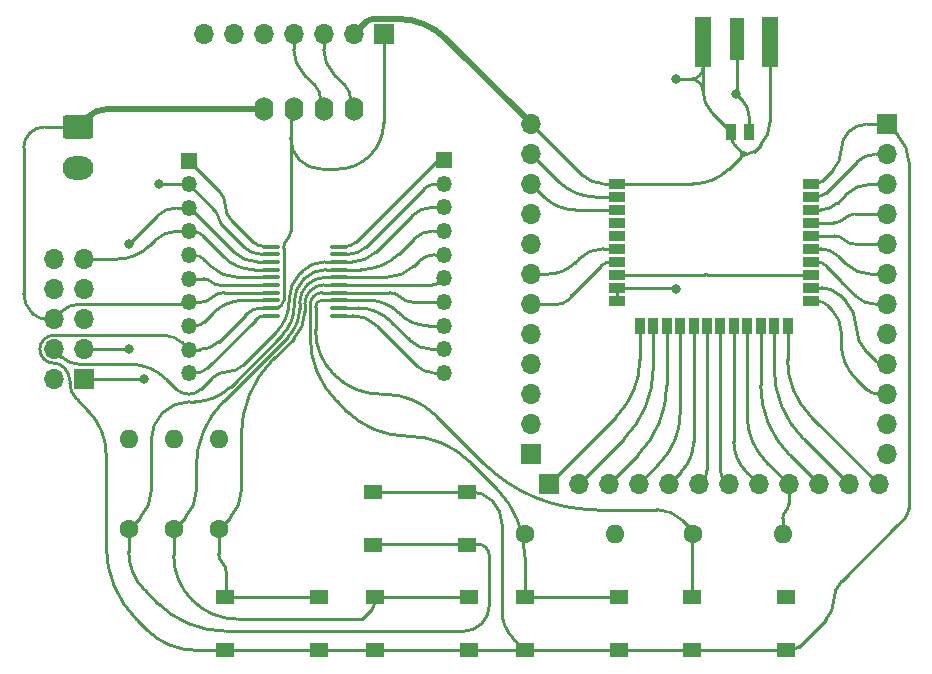
<source format=gbr>
%TF.GenerationSoftware,KiCad,Pcbnew,7.0.9*%
%TF.CreationDate,2025-10-08T14:44:38+03:00*%
%TF.ProjectId,signalgenerator-rounded,7369676e-616c-4676-956e-657261746f72,rev?*%
%TF.SameCoordinates,Original*%
%TF.FileFunction,Copper,L1,Top*%
%TF.FilePolarity,Positive*%
%FSLAX46Y46*%
G04 Gerber Fmt 4.6, Leading zero omitted, Abs format (unit mm)*
G04 Created by KiCad (PCBNEW 7.0.9) date 2025-10-08 14:44:38*
%MOMM*%
%LPD*%
G01*
G04 APERTURE LIST*
G04 Aperture macros list*
%AMRoundRect*
0 Rectangle with rounded corners*
0 $1 Rounding radius*
0 $2 $3 $4 $5 $6 $7 $8 $9 X,Y pos of 4 corners*
0 Add a 4 corners polygon primitive as box body*
4,1,4,$2,$3,$4,$5,$6,$7,$8,$9,$2,$3,0*
0 Add four circle primitives for the rounded corners*
1,1,$1+$1,$2,$3*
1,1,$1+$1,$4,$5*
1,1,$1+$1,$6,$7*
1,1,$1+$1,$8,$9*
0 Add four rect primitives between the rounded corners*
20,1,$1+$1,$2,$3,$4,$5,0*
20,1,$1+$1,$4,$5,$6,$7,0*
20,1,$1+$1,$6,$7,$8,$9,0*
20,1,$1+$1,$8,$9,$2,$3,0*%
G04 Aperture macros list end*
%TA.AperFunction,SMDPad,CuDef*%
%ADD10RoundRect,0.100000X-0.637500X-0.100000X0.637500X-0.100000X0.637500X0.100000X-0.637500X0.100000X0*%
%TD*%
%TA.AperFunction,ComponentPad*%
%ADD11R,1.700000X1.700000*%
%TD*%
%TA.AperFunction,ComponentPad*%
%ADD12O,1.700000X1.700000*%
%TD*%
%TA.AperFunction,SMDPad,CuDef*%
%ADD13R,1.550000X1.300000*%
%TD*%
%TA.AperFunction,ComponentPad*%
%ADD14R,1.350000X1.350000*%
%TD*%
%TA.AperFunction,ComponentPad*%
%ADD15O,1.350000X1.350000*%
%TD*%
%TA.AperFunction,ComponentPad*%
%ADD16O,1.600000X2.000000*%
%TD*%
%TA.AperFunction,SMDPad,CuDef*%
%ADD17R,1.270000X3.600000*%
%TD*%
%TA.AperFunction,SMDPad,CuDef*%
%ADD18R,1.350000X4.200000*%
%TD*%
%TA.AperFunction,ComponentPad*%
%ADD19RoundRect,0.250000X-1.050000X0.750000X-1.050000X-0.750000X1.050000X-0.750000X1.050000X0.750000X0*%
%TD*%
%TA.AperFunction,ComponentPad*%
%ADD20O,2.600000X2.000000*%
%TD*%
%TA.AperFunction,SMDPad,CuDef*%
%ADD21R,1.403200X0.900000*%
%TD*%
%TA.AperFunction,SMDPad,CuDef*%
%ADD22R,0.950000X1.403200*%
%TD*%
%TA.AperFunction,SMDPad,CuDef*%
%ADD23R,0.900000X1.403200*%
%TD*%
%TA.AperFunction,ComponentPad*%
%ADD24C,1.600000*%
%TD*%
%TA.AperFunction,ComponentPad*%
%ADD25O,1.600000X1.600000*%
%TD*%
%TA.AperFunction,ViaPad*%
%ADD26C,0.800000*%
%TD*%
%TA.AperFunction,Conductor*%
%ADD27C,0.250000*%
%TD*%
%TA.AperFunction,Conductor*%
%ADD28C,0.500000*%
%TD*%
G04 APERTURE END LIST*
D10*
%TO.P,U1,1,PD4*%
%TO.N,Net-(J1-Pin_1)*%
X45075000Y-43378600D03*
%TO.P,U1,2,PD5*%
%TO.N,/RX*%
X45075000Y-44028600D03*
%TO.P,U1,3,PD6*%
%TO.N,/TX*%
X45075000Y-44678600D03*
%TO.P,U1,4,PD7*%
%TO.N,/RST*%
X45075000Y-45328600D03*
%TO.P,U1,5,PA1*%
%TO.N,Net-(J1-Pin_5)*%
X45075000Y-45978600D03*
%TO.P,U1,6,PA2*%
%TO.N,Net-(J1-Pin_6)*%
X45075000Y-46628600D03*
%TO.P,U1,7,VSS*%
%TO.N,GND*%
X45075000Y-47278600D03*
%TO.P,U1,8,PD0*%
%TO.N,Net-(J1-Pin_8)*%
X45075000Y-47928600D03*
%TO.P,U1,9,VDD*%
%TO.N,+3.3V*%
X45075000Y-48578600D03*
%TO.P,U1,10,PC0*%
%TO.N,Net-(J1-Pin_10)*%
X45075000Y-49228600D03*
%TO.P,U1,11,PC1*%
%TO.N,/SDA*%
X50800000Y-49228600D03*
%TO.P,U1,12,PC2*%
%TO.N,/SCL*%
X50800000Y-48578600D03*
%TO.P,U1,13,PC3*%
%TO.N,/ENTER*%
X50800000Y-47928600D03*
%TO.P,U1,14,PC4*%
%TO.N,/DOWN*%
X50800000Y-47278600D03*
%TO.P,U1,15,PC5*%
%TO.N,/LEFT*%
X50800000Y-46628600D03*
%TO.P,U1,16,PC6*%
%TO.N,/RIGHT*%
X50800000Y-45978600D03*
%TO.P,U1,17,PC7*%
%TO.N,/UP*%
X50800000Y-45328600D03*
%TO.P,U1,18,PD1*%
%TO.N,/SWDIO*%
X50800000Y-44678600D03*
%TO.P,U1,19,PD2*%
%TO.N,Net-(J2-Pin_2)*%
X50800000Y-44028600D03*
%TO.P,U1,20,PD3*%
%TO.N,Net-(J2-Pin_1)*%
X50800000Y-43378600D03*
%TD*%
D11*
%TO.P,J5,1,Pin_1*%
%TO.N,+3.3V*%
X54610000Y-25400000D03*
D12*
%TO.P,J5,2,Pin_2*%
%TO.N,GND*%
X52070000Y-25400000D03*
%TO.P,J5,3,Pin_3*%
%TO.N,/SDA*%
X49530000Y-25400000D03*
%TO.P,J5,4,Pin_4*%
%TO.N,/SCL*%
X46990000Y-25400000D03*
%TO.P,J5,5,Pin_5*%
%TO.N,unconnected-(J5-Pin_5-Pad5)*%
X44450000Y-25400000D03*
%TO.P,J5,6,Pin_6*%
%TO.N,unconnected-(J5-Pin_6-Pad6)*%
X41910000Y-25400000D03*
%TO.P,J5,7,Pin_7*%
%TO.N,unconnected-(J5-Pin_7-Pad7)*%
X39370000Y-25400000D03*
%TD*%
D13*
%TO.P,ENTER,1,1*%
%TO.N,/ENTER*%
X80725500Y-73031000D03*
X88675500Y-73031000D03*
%TO.P,ENTER,2,2*%
%TO.N,+3.3V*%
X80725500Y-77531000D03*
X88675500Y-77531000D03*
%TD*%
D14*
%TO.P,J2,1,Pin_1*%
%TO.N,Net-(J2-Pin_1)*%
X59690000Y-36070000D03*
D15*
%TO.P,J2,2,Pin_2*%
%TO.N,Net-(J2-Pin_2)*%
X59690000Y-38070000D03*
%TO.P,J2,3,Pin_3*%
%TO.N,/SWDIO*%
X59690000Y-40070000D03*
%TO.P,J2,4,Pin_4*%
%TO.N,/UP*%
X59690000Y-42070000D03*
%TO.P,J2,5,Pin_5*%
%TO.N,/RIGHT*%
X59690000Y-44070000D03*
%TO.P,J2,6,Pin_6*%
%TO.N,/LEFT*%
X59690000Y-46070000D03*
%TO.P,J2,7,Pin_7*%
%TO.N,/DOWN*%
X59690000Y-48070000D03*
%TO.P,J2,8,Pin_8*%
%TO.N,/ENTER*%
X59690000Y-50070000D03*
%TO.P,J2,9,Pin_9*%
%TO.N,/SCL*%
X59690000Y-52070000D03*
%TO.P,J2,10,Pin_10*%
%TO.N,/SDA*%
X59690000Y-54070000D03*
%TD*%
D16*
%TO.P,Brd1,1,GND*%
%TO.N,GND*%
X44450000Y-31750000D03*
%TO.P,Brd1,2,VCC*%
%TO.N,+3.3V*%
X46990000Y-31750000D03*
%TO.P,Brd1,3,SCL*%
%TO.N,/SCL*%
X49530000Y-31750000D03*
%TO.P,Brd1,4,SDA*%
%TO.N,/SDA*%
X52070000Y-31750000D03*
%TD*%
D13*
%TO.P,LEFT,1,1*%
%TO.N,/LEFT*%
X41155500Y-73061000D03*
X49105500Y-73061000D03*
%TO.P,LEFT,2,2*%
%TO.N,+3.3V*%
X41155500Y-77561000D03*
X49105500Y-77561000D03*
%TD*%
%TO.P,RIGHT,1,1*%
%TO.N,/DOWN*%
X66555500Y-73031000D03*
X74505500Y-73031000D03*
%TO.P,RIGHT,2,2*%
%TO.N,+3.3V*%
X66555500Y-77531000D03*
X74505500Y-77531000D03*
%TD*%
D17*
%TO.P,J6,1,In*%
%TO.N,Net-(J6-In)*%
X84486000Y-25835000D03*
D18*
%TO.P,J6,2,Ext*%
%TO.N,GND*%
X87311000Y-26035000D03*
X81661000Y-26035000D03*
%TD*%
D13*
%TO.P,UP,1,1*%
%TO.N,/UP*%
X61678500Y-68671000D03*
X53728500Y-68671000D03*
%TO.P,UP,2,2*%
%TO.N,+3.3V*%
X61678500Y-64171000D03*
X53728500Y-64171000D03*
%TD*%
D11*
%TO.P,J3,1,Pin_1*%
%TO.N,/RX*%
X29210000Y-54610000D03*
D12*
%TO.P,J3,2,Pin_2*%
%TO.N,/SWCLK*%
X26670000Y-54610000D03*
%TO.P,J3,3,Pin_3*%
%TO.N,/TX*%
X29210000Y-52070000D03*
%TO.P,J3,4,Pin_4*%
%TO.N,/SWDIO*%
X26670000Y-52070000D03*
%TO.P,J3,5,Pin_5*%
%TO.N,/TDO*%
X29210000Y-49530000D03*
%TO.P,J3,6,Pin_6*%
%TO.N,GND*%
X26670000Y-49530000D03*
%TO.P,J3,7,Pin_7*%
%TO.N,/TDI*%
X29210000Y-46990000D03*
%TO.P,J3,8,Pin_8*%
%TO.N,+3.3V*%
X26670000Y-46990000D03*
%TO.P,J3,9,Pin_9*%
%TO.N,/RST*%
X29210000Y-44450000D03*
%TO.P,J3,10,Pin_10*%
%TO.N,+5V*%
X26670000Y-44450000D03*
%TD*%
D11*
%TO.P,J7,1,Pin_1*%
%TO.N,+3.3V*%
X97200500Y-33020000D03*
D12*
%TO.P,J7,2,Pin_2*%
%TO.N,J7_11*%
X97200500Y-35560000D03*
%TO.P,J7,3,Pin_3*%
%TO.N,J7_10*%
X97200500Y-38100000D03*
%TO.P,J7,4,Pin_4*%
%TO.N,J7_9*%
X97200500Y-40640000D03*
%TO.P,J7,5,Pin_5*%
%TO.N,J7_8*%
X97200500Y-43180000D03*
%TO.P,J7,6,Pin_6*%
%TO.N,J7_7*%
X97200500Y-45720000D03*
%TO.P,J7,7,Pin_7*%
%TO.N,J7_6*%
X97200500Y-48260000D03*
%TO.P,J7,8,Pin_8*%
%TO.N,J7_5*%
X97200500Y-50800000D03*
%TO.P,J7,9,Pin_9*%
%TO.N,J7_4*%
X97200500Y-53340000D03*
%TO.P,J7,10,Pin_10*%
%TO.N,J7_3*%
X97200500Y-55880000D03*
%TO.P,J7,11,Pin_11*%
%TO.N,J7_2*%
X97200500Y-58420000D03*
%TO.P,J7,12,Pin_12*%
%TO.N,GND*%
X97200500Y-60960000D03*
%TD*%
D13*
%TO.P,DOWN,1,1*%
%TO.N,/RIGHT*%
X53855500Y-73061000D03*
X61805500Y-73061000D03*
%TO.P,DOWN,2,2*%
%TO.N,+3.3V*%
X53855500Y-77561000D03*
X61805500Y-77561000D03*
%TD*%
D19*
%TO.P,J4,1,Pin_1*%
%TO.N,GND*%
X28727400Y-33248600D03*
D20*
%TO.P,J4,2,Pin_2*%
%TO.N,+5V*%
X28727400Y-36748600D03*
%TD*%
D21*
%TO.P,M1,1,GND*%
%TO.N,GND*%
X74325000Y-38068000D03*
%TO.P,M1,2,LR_BOOT*%
%TO.N,J9_11*%
X74325000Y-39168000D03*
%TO.P,M1,3,NRST*%
%TO.N,J9_10*%
X74325000Y-40268000D03*
%TO.P,M1,4,GND*%
%TO.N,GND*%
X74325000Y-41368000D03*
%TO.P,M1,5,GND*%
X74325000Y-42468000D03*
%TO.P,M1,6,VADDRF1V55*%
%TO.N,J9_7*%
X74325000Y-43568000D03*
%TO.P,M1,7,ADC*%
%TO.N,J9_6*%
X74325000Y-44668000D03*
%TO.P,M1,8,PA10*%
%TO.N,J9_5*%
X74325000Y-45768000D03*
%TO.P,M1,9,GND*%
%TO.N,GND*%
X74325000Y-46868000D03*
%TO.P,M1,10,GND*%
X74325000Y-47968000D03*
D22*
%TO.P,M1,11,PC13*%
%TO.N,J8_1*%
X76300000Y-50135000D03*
%TO.P,M1,12,SWDIO*%
%TO.N,J8_2*%
X77436400Y-50135000D03*
%TO.P,M1,13,I2C-SCL*%
%TO.N,J8_3*%
X78572700Y-50135000D03*
%TO.P,M1,14,I2C-SDA*%
%TO.N,J8_4*%
X79709100Y-50135000D03*
%TO.P,M1,15,PA1*%
%TO.N,J8_5*%
X80845500Y-50135000D03*
%TO.P,M1,16,PB3*%
%TO.N,J8_6*%
X81981800Y-50135000D03*
%TO.P,M1,17,PB4*%
%TO.N,J8_7*%
X83118200Y-50135000D03*
%TO.P,M1,18,SWCLK*%
%TO.N,J8_8*%
X84254500Y-50135000D03*
%TO.P,M1,19,PA15*%
%TO.N,J8_9*%
X85390900Y-50135000D03*
%TO.P,M1,20,PB5*%
%TO.N,J8_10*%
X86527300Y-50135000D03*
%TO.P,M1,21,PB8*%
%TO.N,J8_11*%
X87663600Y-50135000D03*
%TO.P,M1,22,PA0*%
%TO.N,J8_12*%
X88800000Y-50135000D03*
D21*
%TO.P,M1,23,UART-TX*%
%TO.N,J7_3*%
X90775000Y-47968000D03*
%TO.P,M1,24,UART-RX*%
%TO.N,J7_4*%
X90775000Y-46868000D03*
%TO.P,M1,25,LPUART-TX*%
%TO.N,J9_5*%
X90775000Y-45768000D03*
%TO.P,M1,26,LPUART-RX*%
%TO.N,J7_6*%
X90775000Y-44668000D03*
%TO.P,M1,27,PA8*%
%TO.N,J7_7*%
X90775000Y-43568000D03*
%TO.P,M1,28,MOSI*%
%TO.N,J7_8*%
X90775000Y-42468000D03*
%TO.P,M1,29,MISO*%
%TO.N,J7_9*%
X90775000Y-41368000D03*
%TO.P,M1,30,SCK*%
%TO.N,J7_10*%
X90775000Y-40268000D03*
%TO.P,M1,31,CS*%
%TO.N,J7_11*%
X90775000Y-39168000D03*
%TO.P,M1,32,3v3*%
%TO.N,+3.3V*%
X90775000Y-38068000D03*
D23*
%TO.P,M1,33,RF_ANT*%
%TO.N,Net-(J6-In)*%
X85532300Y-33685000D03*
%TO.P,M1,34,GND*%
%TO.N,GND*%
X84052300Y-33685000D03*
%TD*%
D14*
%TO.P,J1,1,Pin_1*%
%TO.N,Net-(J1-Pin_1)*%
X38100000Y-36100000D03*
D15*
%TO.P,J1,2,Pin_2*%
%TO.N,/RX*%
X38100000Y-38100000D03*
%TO.P,J1,3,Pin_3*%
%TO.N,/TX*%
X38100000Y-40100000D03*
%TO.P,J1,4,Pin_4*%
%TO.N,/RST*%
X38100000Y-42100000D03*
%TO.P,J1,5,Pin_5*%
%TO.N,Net-(J1-Pin_5)*%
X38100000Y-44100000D03*
%TO.P,J1,6,Pin_6*%
%TO.N,Net-(J1-Pin_6)*%
X38100000Y-46100000D03*
%TO.P,J1,7,Pin_7*%
%TO.N,GND*%
X38100000Y-48100000D03*
%TO.P,J1,8,Pin_8*%
%TO.N,Net-(J1-Pin_8)*%
X38100000Y-50100000D03*
%TO.P,J1,9,Pin_9*%
%TO.N,+3.3V*%
X38100000Y-52100000D03*
%TO.P,J1,10,Pin_10*%
%TO.N,Net-(J1-Pin_10)*%
X38100000Y-54100000D03*
%TD*%
D11*
%TO.P,J9,1,Pin_1*%
%TO.N,J9_1*%
X67121500Y-60960000D03*
D12*
%TO.P,J9,2,Pin_2*%
%TO.N,J9_2*%
X67121500Y-58420000D03*
%TO.P,J9,3,Pin_3*%
%TO.N,J9_3*%
X67121500Y-55880000D03*
%TO.P,J9,4,Pin_4*%
%TO.N,J9_4*%
X67121500Y-53340000D03*
%TO.P,J9,5,Pin_5*%
%TO.N,J9_5*%
X67121500Y-50800000D03*
%TO.P,J9,6,Pin_6*%
%TO.N,J9_6*%
X67121500Y-48260000D03*
%TO.P,J9,7,Pin_7*%
%TO.N,J9_7*%
X67121500Y-45720000D03*
%TO.P,J9,8,Pin_8*%
%TO.N,J9_8*%
X67121500Y-43180000D03*
%TO.P,J9,9,Pin_9*%
%TO.N,J9_9*%
X67121500Y-40640000D03*
%TO.P,J9,10,Pin_10*%
%TO.N,J9_10*%
X67121500Y-38100000D03*
%TO.P,J9,11,Pin_11*%
%TO.N,J9_11*%
X67121500Y-35560000D03*
%TO.P,J9,12,Pin_12*%
%TO.N,GND*%
X67121500Y-33020000D03*
%TD*%
D11*
%TO.P,J8,1,Pin_1*%
%TO.N,J8_1*%
X68580000Y-63500000D03*
D12*
%TO.P,J8,2,Pin_2*%
%TO.N,J8_2*%
X71120000Y-63500000D03*
%TO.P,J8,3,Pin_3*%
%TO.N,J8_3*%
X73660000Y-63500000D03*
%TO.P,J8,4,Pin_4*%
%TO.N,J8_4*%
X76200000Y-63500000D03*
%TO.P,J8,5,Pin_5*%
%TO.N,J8_5*%
X78740000Y-63500000D03*
%TO.P,J8,6,Pin_6*%
%TO.N,J8_6*%
X81280000Y-63500000D03*
%TO.P,J8,7,Pin_7*%
%TO.N,J8_7*%
X83820000Y-63500000D03*
%TO.P,J8,8,Pin_8*%
%TO.N,J8_8*%
X86360000Y-63500000D03*
%TO.P,J8,9,Pin_9*%
%TO.N,J8_9*%
X88900000Y-63500000D03*
%TO.P,J8,10,Pin_10*%
%TO.N,J8_10*%
X91440000Y-63500000D03*
%TO.P,J8,11,Pin_11*%
%TO.N,J8_11*%
X93980000Y-63500000D03*
%TO.P,J8,12,Pin_12*%
%TO.N,J8_12*%
X96520000Y-63500000D03*
%TD*%
D24*
%TO.P,R1,1*%
%TO.N,/UP*%
X33020000Y-67310000D03*
D25*
%TO.P,R1,2*%
%TO.N,GND*%
X33020000Y-59690000D03*
%TD*%
D24*
%TO.P,R4,1*%
%TO.N,/RIGHT*%
X36830000Y-67310000D03*
D25*
%TO.P,R4,2*%
%TO.N,GND*%
X36830000Y-59690000D03*
%TD*%
D24*
%TO.P,R3,1*%
%TO.N,/LEFT*%
X40640000Y-67310000D03*
D25*
%TO.P,R3,2*%
%TO.N,GND*%
X40640000Y-59690000D03*
%TD*%
D24*
%TO.P,R2,1*%
%TO.N,/DOWN*%
X66548000Y-67691000D03*
D25*
%TO.P,R2,2*%
%TO.N,GND*%
X74168000Y-67691000D03*
%TD*%
D24*
%TO.P,R5,1*%
%TO.N,/ENTER*%
X80772000Y-67691000D03*
D25*
%TO.P,R5,2*%
%TO.N,GND*%
X88392000Y-67691000D03*
%TD*%
D26*
%TO.N,GND*%
X79375000Y-29210000D03*
X79375000Y-46990000D03*
%TO.N,/RX*%
X34290000Y-54610000D03*
X35560000Y-38100000D03*
X35560000Y-38100000D03*
%TO.N,/TX*%
X33020000Y-52070000D03*
X33020000Y-43180000D03*
%TO.N,Net-(J6-In)*%
X84455000Y-30480000D03*
%TD*%
D27*
%TO.N,GND*%
X37826862Y-48259984D02*
G75*
G03*
X38020000Y-48180000I38J273084D01*
G01*
X80619150Y-29210000D02*
G75*
G03*
X81661000Y-28168150I-50J1041900D01*
G01*
X81661000Y-30251850D02*
G75*
G03*
X80619150Y-29210000I-1041800J50D01*
G01*
X84865493Y-35784506D02*
G75*
G03*
X84865492Y-35335494I-224493J224506D01*
G01*
X85407500Y-35559996D02*
G75*
G03*
X84865493Y-35784506I0J-766504D01*
G01*
X84865496Y-35335490D02*
G75*
G03*
X85407500Y-35560000I542004J541990D01*
G01*
X33229098Y-59480901D02*
G75*
G03*
X33274000Y-59372500I-108398J108401D01*
G01*
X24650706Y-33769306D02*
G75*
G03*
X24130000Y-35026381I1257094J-1257094D01*
G01*
X28838025Y-48260011D02*
G75*
G03*
X27305000Y-48895000I-25J-2167989D01*
G01*
X25907781Y-33248593D02*
G75*
G03*
X24650701Y-33769301I19J-1777807D01*
G01*
D28*
X53663313Y-24100004D02*
G75*
G03*
X53162598Y-24307404I-13J-708096D01*
G01*
X31124025Y-31750011D02*
G75*
G03*
X29591000Y-32385000I-25J-2167989D01*
G01*
D27*
X71407444Y-37305886D02*
G75*
G03*
X73247250Y-38068000I1839856J1839786D01*
G01*
X88645997Y-65785997D02*
G75*
G03*
X88392000Y-66399210I613203J-613203D01*
G01*
X80808576Y-38067990D02*
G75*
G03*
X83836000Y-36814000I24J4281390D01*
G01*
X85407500Y-35560003D02*
G75*
G03*
X85949506Y-35335493I0J766503D01*
G01*
X24950992Y-49080982D02*
G75*
G03*
X26035000Y-49530000I1084008J1083982D01*
G01*
X86517992Y-34766992D02*
G75*
G03*
X87311000Y-32852528I-1914492J1914492D01*
G01*
X38213137Y-48100016D02*
G75*
G03*
X38020000Y-48180000I-37J-273084D01*
G01*
X24130011Y-47361974D02*
G75*
G03*
X24765000Y-48895000I2167989J-26D01*
G01*
X84052333Y-34103650D02*
G75*
G03*
X84348331Y-34818329I1010667J-50D01*
G01*
X81661022Y-30251850D02*
G75*
G03*
X82397700Y-32030398I2515178J-50D01*
G01*
X41074019Y-47278609D02*
G75*
G03*
X40082502Y-47689300I-19J-1402191D01*
G01*
X79313990Y-46929010D02*
G75*
G03*
X79166732Y-46868000I-147290J-147290D01*
G01*
X39090984Y-48099994D02*
G75*
G03*
X40082502Y-47689300I16J1402194D01*
G01*
X28565755Y-33248552D02*
G75*
G03*
X28841700Y-33134300I45J390252D01*
G01*
D28*
X43906951Y-31750021D02*
G75*
G03*
X44105400Y-31667800I-51J280721D01*
G01*
D27*
X88646003Y-65786003D02*
G75*
G03*
X88900000Y-65172789I-613203J613203D01*
G01*
D28*
X59909710Y-25808176D02*
G75*
G03*
X55785750Y-24100000I-4123910J-4123924D01*
G01*
D27*
X81661000Y-28168150D02*
X81661000Y-30251850D01*
D28*
X29070300Y-32905700D02*
X28841700Y-33134300D01*
D27*
%TO.N,J8_9*%
X85390903Y-57734591D02*
G75*
G03*
X86986351Y-61586351I5447197J-9D01*
G01*
%TO.N,J8_4*%
X77954552Y-61745452D02*
G75*
G03*
X79709100Y-57509591I-4235852J4235852D01*
G01*
%TO.N,+3.3V*%
X26669999Y-50895000D02*
G75*
G03*
X25839150Y-51239150I1J-1175000D01*
G01*
X31114997Y-68733550D02*
G75*
G03*
X33700500Y-74975500I8827443J0D01*
G01*
X28035020Y-54744350D02*
G75*
G03*
X27595850Y-53684149I-1499420J-50D01*
G01*
X99060014Y-36194365D02*
G75*
G03*
X98130250Y-33949750I-3174414J-35D01*
G01*
X46727600Y-34207800D02*
G75*
G03*
X49349800Y-36830000I2622200J0D01*
G01*
X25495000Y-52069999D02*
G75*
G03*
X25839149Y-52900850I1175000J-1D01*
G01*
X92036473Y-74968512D02*
G75*
G03*
X92710000Y-73342500I-1625973J1626012D01*
G01*
X39037500Y-52100006D02*
G75*
G03*
X40637912Y-51437087I0J2263306D01*
G01*
X28034991Y-54926802D02*
G75*
G03*
X28603162Y-56298467I1939809J2D01*
G01*
X64630497Y-66851006D02*
G75*
G03*
X63835000Y-64930500I-2715997J6D01*
G01*
X37497489Y-51497511D02*
G75*
G03*
X36042936Y-50895000I-1454589J-1454589D01*
G01*
X88624286Y-77560994D02*
G75*
G03*
X88660500Y-77546000I14J51194D01*
G01*
X46432517Y-42804705D02*
G75*
G03*
X46137500Y-43517051I712383J-712295D01*
G01*
X93383527Y-71716488D02*
G75*
G03*
X92710000Y-73342500I1625973J-1626012D01*
G01*
X25839149Y-52900850D02*
G75*
G03*
X26670000Y-53245000I830851J830850D01*
G01*
X63835002Y-64930498D02*
G75*
G03*
X61914493Y-64135000I-1920502J-1920502D01*
G01*
X92671473Y-36868512D02*
G75*
G03*
X93345000Y-35242500I-1625973J1626012D01*
G01*
X31115001Y-60988193D02*
G75*
G03*
X29575000Y-57270305I-5257901J-7D01*
G01*
X25839150Y-51239150D02*
G75*
G03*
X25495000Y-52069999I830850J-830850D01*
G01*
X45503842Y-48578617D02*
G75*
G03*
X45951906Y-48393006I-42J633717D01*
G01*
X34564370Y-75839372D02*
G75*
G03*
X38720750Y-77561000I4156380J4156382D01*
G01*
X91123500Y-38067985D02*
G75*
G03*
X91718426Y-37821573I0J841385D01*
G01*
X53789955Y-64134982D02*
G75*
G03*
X53746500Y-64153000I45J-61518D01*
G01*
X95513025Y-33020011D02*
G75*
G03*
X93980000Y-33655000I-25J-2167989D01*
G01*
X89074750Y-77531027D02*
G75*
G03*
X89756312Y-77248687I-50J963927D01*
G01*
X88696713Y-77531006D02*
G75*
G03*
X88660500Y-77546000I-13J-51194D01*
G01*
X64630492Y-74244819D02*
G75*
G03*
X65593000Y-76568500I3286208J19D01*
G01*
X93979992Y-33654992D02*
G75*
G03*
X93345000Y-35188025I1533008J-1533008D01*
G01*
X50668800Y-36830000D02*
G75*
G03*
X54610000Y-32888800I0J3941200D01*
G01*
X46432545Y-42804733D02*
G75*
G03*
X46727600Y-42092424I-712345J712333D01*
G01*
X27500850Y-53589149D02*
G75*
G03*
X26670000Y-53245000I-830850J-830851D01*
G01*
X45951894Y-48392994D02*
G75*
G03*
X46137500Y-47944942I-448094J448094D01*
G01*
X98742504Y-66357504D02*
G75*
G03*
X99060000Y-65590987I-766504J766504D01*
G01*
X44285700Y-48578588D02*
G75*
G03*
X42938280Y-49136719I0J-1905512D01*
G01*
X98742500Y-66357500D02*
X98107499Y-66992499D01*
X45420656Y-48578600D02*
X44729344Y-48578600D01*
%TO.N,J8_12*%
X88799995Y-52957500D02*
G75*
G03*
X90795808Y-57775808I6814105J0D01*
G01*
%TO.N,J8_11*%
X87663597Y-53659300D02*
G75*
G03*
X90155657Y-59675655I8508403J0D01*
G01*
%TO.N,J8_10*%
X86527302Y-55113496D02*
G75*
G03*
X88983650Y-61043650I8386498J-4D01*
G01*
%TO.N,J8_8*%
X84254506Y-59905686D02*
G75*
G03*
X85307250Y-62447250I3594294J-14D01*
G01*
%TO.N,J8_7*%
X83118220Y-62301952D02*
G75*
G03*
X83469100Y-63149100I1197980J-48D01*
G01*
%TO.N,J8_6*%
X81630935Y-63149135D02*
G75*
G03*
X81981800Y-62301952I-847235J847135D01*
G01*
%TO.N,J8_5*%
X79792754Y-62447254D02*
G75*
G03*
X80845500Y-59905686I-2541554J2541554D01*
G01*
%TO.N,J8_3*%
X76116351Y-61043651D02*
G75*
G03*
X78572700Y-55113496I-5930151J5930151D01*
G01*
%TO.N,J8_2*%
X74944341Y-59675654D02*
G75*
G03*
X77436400Y-53659300I-6016341J6016354D01*
G01*
%TO.N,J8_1*%
X74304188Y-57775805D02*
G75*
G03*
X76300000Y-52957500I-4818288J4818305D01*
G01*
%TO.N,J7_11*%
X96267550Y-35560023D02*
G75*
G03*
X94674904Y-36219695I-50J-2252277D01*
G01*
X91250800Y-39167994D02*
G75*
G03*
X92063041Y-38831558I0J1148694D01*
G01*
%TO.N,J9_10*%
X68205498Y-39184002D02*
G75*
G03*
X70822507Y-40268000I2617002J2617002D01*
G01*
%TO.N,J9_7*%
X68485750Y-45720031D02*
G75*
G03*
X70814669Y-44755328I-50J3293631D01*
G01*
X73163500Y-43567997D02*
G75*
G03*
X71180695Y-44389304I0J-2804103D01*
G01*
%TO.N,J9_6*%
X70509255Y-47532148D02*
G75*
G03*
X70485000Y-47590700I58545J-58552D01*
G01*
X73849200Y-44668005D02*
G75*
G03*
X73036958Y-45004441I0J-1148695D01*
G01*
X69400987Y-48259993D02*
G75*
G03*
X70167499Y-47942499I13J1083993D01*
G01*
X70460745Y-47649252D02*
G75*
G03*
X70485000Y-47590700I-58545J58552D01*
G01*
%TO.N,J9_5*%
X81938988Y-45744012D02*
G75*
G03*
X81996941Y-45768000I57912J57912D01*
G01*
X81939000Y-45744000D02*
G75*
G03*
X81891000Y-45744000I-24000J-23997D01*
G01*
X81833058Y-45767982D02*
G75*
G03*
X81890999Y-45743999I42J81882D01*
G01*
%TO.N,J7_3*%
X93344999Y-50634500D02*
G75*
G03*
X92564000Y-48749000I-2666499J0D01*
G01*
X93344980Y-51543948D02*
G75*
G03*
X94615000Y-54610000I4336120J48D01*
G01*
X92139389Y-48324373D02*
G75*
G03*
X91279000Y-47968000I-860389J-860427D01*
G01*
X95419914Y-55414886D02*
G75*
G03*
X96542750Y-55880000I1122886J1122886D01*
G01*
%TO.N,J7_4*%
X94614985Y-50165000D02*
G75*
G03*
X93716973Y-47996975I-3066085J0D01*
G01*
X94615015Y-50165000D02*
G75*
G03*
X95513026Y-52333024I3066085J0D01*
G01*
X96279438Y-53099374D02*
G75*
G03*
X96860250Y-53340000I580862J580774D01*
G01*
X93228995Y-47508989D02*
G75*
G03*
X91681500Y-46868000I-1547495J-1547511D01*
G01*
%TO.N,J7_6*%
X92063045Y-45004437D02*
G75*
G03*
X91250800Y-44668000I-812245J-812263D01*
G01*
X93345002Y-46320700D02*
G75*
G03*
X93320746Y-46262146I-82802J0D01*
G01*
X93344998Y-46320700D02*
G75*
G03*
X93369253Y-46379253I82802J0D01*
G01*
X94560411Y-47570377D02*
G75*
G03*
X96225250Y-48260000I1664889J1664877D01*
G01*
%TO.N,J7_7*%
X93700907Y-44805867D02*
G75*
G03*
X95907750Y-45720000I2206893J2206867D01*
G01*
X93059799Y-44164797D02*
G75*
G03*
X91619000Y-43568000I-1440799J-1440803D01*
G01*
%TO.N,J7_8*%
X93623988Y-42824012D02*
G75*
G03*
X92764539Y-42468000I-859488J-859488D01*
G01*
X93624012Y-42823988D02*
G75*
G03*
X94483460Y-43180000I859488J859488D01*
G01*
%TO.N,J7_9*%
X92737226Y-41368010D02*
G75*
G03*
X93615999Y-41003999I-26J1242810D01*
G01*
X94494773Y-40639990D02*
G75*
G03*
X93616001Y-41004001I27J-1242810D01*
G01*
%TO.N,J7_10*%
X91611000Y-40267994D02*
G75*
G03*
X93038141Y-39676858I0J2018294D01*
G01*
X95907750Y-38100043D02*
G75*
G03*
X93700888Y-39014113I-50J-3120957D01*
G01*
%TO.N,J9_11*%
X69458313Y-37896783D02*
G75*
G03*
X72527250Y-39168000I3068987J3068983D01*
G01*
%TO.N,Net-(J6-In)*%
X85532314Y-32319066D02*
G75*
G03*
X84993650Y-31018650I-1839114J-34D01*
G01*
X84470506Y-30464506D02*
G75*
G03*
X84486000Y-30427079I-37406J37406D01*
G01*
%TO.N,/DOWN*%
X51422665Y-57264637D02*
G75*
G03*
X56664750Y-59436000I5242135J5242137D01*
G01*
X61906863Y-61607333D02*
G75*
G03*
X56664750Y-59436000I-5242063J-5242067D01*
G01*
X48387490Y-51054000D02*
G75*
G03*
X50632917Y-56474917I7666310J0D01*
G01*
X48687452Y-47578552D02*
G75*
G03*
X48387500Y-48302693I724148J-724148D01*
G01*
X50833500Y-47278600D02*
X50833500Y-47278600D01*
X66555514Y-69643500D02*
G75*
G03*
X64160175Y-63860675I-8178114J0D01*
G01*
X49411593Y-47278598D02*
G75*
G03*
X48687451Y-47578551I7J-1024102D01*
G01*
X56056299Y-47674301D02*
G75*
G03*
X57011604Y-48070000I955301J955301D01*
G01*
X50860494Y-47278597D02*
G75*
G03*
X50871599Y-47273999I6J15697D01*
G01*
X56056301Y-47674299D02*
G75*
G03*
X55100995Y-47278600I-955301J-955301D01*
G01*
X50766500Y-47278600D02*
X50833500Y-47278600D01*
X50833500Y-47278600D02*
X50766500Y-47278600D01*
%TO.N,/LEFT*%
X46993583Y-51180204D02*
G75*
G03*
X47937500Y-48901396I-2278783J2278804D01*
G01*
X49538595Y-46628599D02*
G75*
G03*
X48406451Y-47097551I5J-1601101D01*
G01*
X40640006Y-69400987D02*
G75*
G03*
X40957500Y-70167500I1083994J-13D01*
G01*
X58736410Y-46628604D02*
G75*
G03*
X59410700Y-46349300I-10J953604D01*
G01*
X41215250Y-73001250D02*
G75*
G03*
X41275000Y-72857000I-144250J144250D01*
G01*
X45241262Y-52932554D02*
G75*
G03*
X42545000Y-59441865I6509338J-6509346D01*
G01*
X48406451Y-47097551D02*
G75*
G03*
X47937500Y-48229695I1132149J-1132149D01*
G01*
X41274994Y-70934012D02*
G75*
G03*
X40957500Y-70167500I-1083994J12D01*
G01*
X41592502Y-66357502D02*
G75*
G03*
X42545000Y-64057961I-2299552J2299542D01*
G01*
%TO.N,/RIGHT*%
X36830004Y-69532500D02*
G75*
G03*
X38401545Y-73326543I5365596J0D01*
G01*
X46500174Y-51037239D02*
G75*
G03*
X47487500Y-48653594I-2383674J2383639D01*
G01*
X53585379Y-74095108D02*
G75*
G03*
X53855500Y-73443000I-652079J652108D01*
G01*
X54881415Y-45978605D02*
G75*
G03*
X57185299Y-45024299I-15J3258205D01*
G01*
X37782502Y-66357502D02*
G75*
G03*
X38735000Y-64057961I-2299552J2299542D01*
G01*
X48126857Y-46617957D02*
G75*
G03*
X47487500Y-48161463I1543543J-1543543D01*
G01*
X38417511Y-73342489D02*
G75*
G03*
X42250064Y-74930000I3832589J3832589D01*
G01*
X41069384Y-56468033D02*
G75*
G03*
X38735000Y-62103698I5635616J-5635667D01*
G01*
X49670363Y-45978585D02*
G75*
G03*
X48126846Y-46617946I37J-2182915D01*
G01*
X58914800Y-44070000D02*
G75*
G03*
X57591450Y-44618149I0J-1871500D01*
G01*
%TO.N,/ENTER*%
X63024005Y-61674525D02*
G75*
G03*
X72643412Y-65659000I9619395J9619425D01*
G01*
X48837500Y-50453750D02*
G75*
G03*
X50388715Y-54198715I5296180J0D01*
G01*
X49403235Y-47928615D02*
G75*
G03*
X49003200Y-48094300I-35J-565685D01*
G01*
X55908100Y-48999300D02*
G75*
G03*
X53323201Y-47928600I-2584900J-2584900D01*
G01*
X59053690Y-57704126D02*
G75*
G03*
X54649750Y-55880000I-4403890J-4403974D01*
G01*
X56020248Y-49111444D02*
G75*
G03*
X58334400Y-50070000I2314152J2314144D01*
G01*
X79859737Y-66524763D02*
G75*
G03*
X77769644Y-65659000I-2090137J-2090137D01*
G01*
X50453743Y-54263757D02*
G75*
G03*
X54355722Y-55880000I3901957J3901957D01*
G01*
X49003190Y-48094290D02*
G75*
G03*
X48837500Y-48494335I400010J-400010D01*
G01*
%TO.N,/UP*%
X52684800Y-45328601D02*
G75*
G03*
X55902354Y-43995844I0J4550301D01*
G01*
X33020007Y-69215000D02*
G75*
G03*
X34367038Y-72467038I4599093J0D01*
G01*
X33972502Y-66357502D02*
G75*
G03*
X34925000Y-64057961I-2299552J2299542D01*
G01*
X62910508Y-75311008D02*
G75*
G03*
X63545500Y-73777974I-1533008J1533008D01*
G01*
X46004779Y-50896238D02*
G75*
G03*
X47037500Y-48403000I-2493279J2493238D01*
G01*
X61377474Y-75945989D02*
G75*
G03*
X62910500Y-75311000I26J2167989D01*
G01*
X35877489Y-57467489D02*
G75*
G03*
X34925000Y-59767038I2299511J-2299511D01*
G01*
X38177038Y-56515016D02*
G75*
G03*
X35877500Y-57467500I-38J-3251984D01*
G01*
X49725700Y-45328603D02*
G75*
G03*
X47891755Y-46088244I0J-2593597D01*
G01*
X38608000Y-56514991D02*
G75*
G03*
X41643235Y-55257764I0J4292491D01*
G01*
X63545505Y-69537686D02*
G75*
G03*
X63265000Y-68860500I-957705J-14D01*
G01*
X47844450Y-46135550D02*
G75*
G03*
X47037500Y-48083699I1948150J-1948150D01*
G01*
X63264996Y-68860504D02*
G75*
G03*
X62587813Y-68580000I-677196J-677196D01*
G01*
X58759100Y-42070002D02*
G75*
G03*
X57169954Y-42728245I0J-2247398D01*
G01*
X35433001Y-73532999D02*
G75*
G03*
X41258497Y-75946000I5825499J5825499D01*
G01*
%TO.N,+5V*%
X28768100Y-36789300D02*
X28768100Y-36789300D01*
%TO.N,/RST*%
X31993299Y-44449998D02*
G75*
G03*
X34829999Y-43274999I1J4011698D01*
G01*
X41112123Y-44293495D02*
G75*
G03*
X43611125Y-45328600I2498977J2498995D01*
G01*
X39208074Y-42389448D02*
G75*
G03*
X38509325Y-42100000I-698774J-698752D01*
G01*
X37052500Y-42100003D02*
G75*
G03*
X35264305Y-42840694I0J-2528897D01*
G01*
X38509325Y-42100000D02*
X37690675Y-42100000D01*
%TO.N,/TX*%
X41959939Y-43864925D02*
G75*
G03*
X43924300Y-44678600I1964361J1964325D01*
G01*
X37100000Y-40099996D02*
G75*
G03*
X35392893Y-40807106I0J-2414204D01*
G01*
X38228592Y-40133582D02*
G75*
G03*
X38147500Y-40100000I-81092J-81118D01*
G01*
X38147500Y-40100000D02*
X38052500Y-40100000D01*
%TO.N,/RX*%
X40640006Y-40956802D02*
G75*
G03*
X40415987Y-40415987I-764806J2D01*
G01*
X42801013Y-43434639D02*
G75*
G03*
X44234998Y-44028600I1433987J1434039D01*
G01*
X40639991Y-40956802D02*
G75*
G03*
X40864012Y-41497616I764809J2D01*
G01*
%TO.N,/SCL*%
X46990015Y-26670000D02*
G75*
G03*
X47888026Y-28838024I3066085J0D01*
G01*
X49267606Y-30901600D02*
G75*
G03*
X48783938Y-29733938I-1651306J0D01*
G01*
X55253739Y-49741925D02*
G75*
G03*
X52445200Y-48578600I-2808539J-2808575D01*
G01*
X56836443Y-51324633D02*
G75*
G03*
X58635900Y-52070000I1799457J1799433D01*
G01*
%TO.N,/SDA*%
X54001958Y-50064972D02*
G75*
G03*
X51982800Y-49228600I-2019158J-2019128D01*
G01*
X51807606Y-30901600D02*
G75*
G03*
X51323938Y-29733938I-1651306J0D01*
G01*
X57411961Y-53474977D02*
G75*
G03*
X58848500Y-54070000I1436539J1436577D01*
G01*
X49530015Y-26670000D02*
G75*
G03*
X50428026Y-28838024I3066085J0D01*
G01*
%TO.N,/SWDIO*%
X41402000Y-53975008D02*
G75*
G03*
X42702815Y-53436184I0J1839608D01*
G01*
X27304992Y-52705008D02*
G75*
G03*
X28838025Y-53340000I1533008J1533008D01*
G01*
X45532319Y-50606680D02*
G75*
G03*
X46587500Y-48059250I-2547429J2547430D01*
G01*
X58705000Y-40070000D02*
G75*
G03*
X57023500Y-40766501I0J-2378000D01*
G01*
X47531700Y-45622800D02*
G75*
G03*
X46587500Y-47902300I2279500J-2279500D01*
G01*
X37015992Y-55430982D02*
G75*
G03*
X38100000Y-55880000I1084008J1083982D01*
G01*
X51955700Y-44678601D02*
G75*
G03*
X53928603Y-43861396I0J2790101D01*
G01*
X41402000Y-53974991D02*
G75*
G03*
X40101185Y-54513816I0J-1839609D01*
G01*
X38100000Y-55880006D02*
G75*
G03*
X39184011Y-55430986I0J1533006D01*
G01*
X36194986Y-54610014D02*
G75*
G03*
X33128948Y-53340000I-3066086J-3066086D01*
G01*
X49637950Y-44678624D02*
G75*
G03*
X47654206Y-45500293I-50J-2805376D01*
G01*
%TO.N,Net-(J2-Pin_2)*%
X59070000Y-38069996D02*
G75*
G03*
X58011593Y-38508406I0J-1496804D01*
G01*
X51645700Y-44028599D02*
G75*
G03*
X53089400Y-43430599I0J2041699D01*
G01*
%TO.N,Net-(J2-Pin_1)*%
X59435000Y-36069993D02*
G75*
G03*
X58999688Y-36250313I0J-615607D01*
G01*
X51335700Y-43378597D02*
G75*
G03*
X52250197Y-42999802I0J1293297D01*
G01*
%TO.N,Net-(J1-Pin_10)*%
X44595700Y-49228590D02*
G75*
G03*
X43777483Y-49567516I0J-1157110D01*
G01*
X38672500Y-54100010D02*
G75*
G03*
X39649818Y-53695181I0J1382110D01*
G01*
%TO.N,Net-(J1-Pin_8)*%
X42791811Y-47928604D02*
G75*
G03*
X40170699Y-49014299I-11J-3706796D01*
G01*
X38592500Y-50099999D02*
G75*
G03*
X39433250Y-49751749I0J1188999D01*
G01*
%TO.N,Net-(J1-Pin_6)*%
X40014307Y-46364293D02*
G75*
G03*
X40652376Y-46628600I638093J638093D01*
G01*
X40014293Y-46364307D02*
G75*
G03*
X39376223Y-46100000I-638093J-638093D01*
G01*
%TO.N,Net-(J1-Pin_5)*%
X39959309Y-45039291D02*
G75*
G03*
X42226970Y-45978600I2267691J2267691D01*
G01*
X39345261Y-44425277D02*
G75*
G03*
X38560000Y-44100000I-785261J-785223D01*
G01*
%TO.N,Net-(J1-Pin_1)*%
X41198806Y-39919400D02*
G75*
G03*
X41708342Y-41149540I1739694J0D01*
G01*
X41198794Y-39919400D02*
G75*
G03*
X40689257Y-38689259I-1739694J0D01*
G01*
X43535198Y-42976396D02*
G75*
G03*
X44506200Y-43378600I971002J970996D01*
G01*
%TO.N,GND*%
X80619150Y-29210000D02*
X79375000Y-29210000D01*
X81661000Y-28168150D02*
X81661000Y-26035000D01*
X74325000Y-46868000D02*
X79166732Y-46868000D01*
X79375000Y-46990000D02*
X79314000Y-46929000D01*
%TO.N,J8_9*%
X86986351Y-61586351D02*
X88581802Y-63181802D01*
X85390900Y-57734591D02*
X85390900Y-50135000D01*
%TO.N,Net-(J1-Pin_1)*%
X40689258Y-38689258D02*
X38100000Y-36100000D01*
X44506200Y-43378600D02*
X45075000Y-43378600D01*
X41708341Y-41149541D02*
X43535197Y-42976397D01*
%TO.N,Net-(J1-Pin_5)*%
X39959300Y-45039300D02*
X39345269Y-44425269D01*
X42226970Y-45978600D02*
X45075000Y-45978600D01*
X38560000Y-44100000D02*
X38100000Y-44100000D01*
%TO.N,Net-(J1-Pin_6)*%
X40652376Y-46628600D02*
X45075000Y-46628600D01*
X39376223Y-46100000D02*
X38100000Y-46100000D01*
%TO.N,Net-(J1-Pin_8)*%
X40170699Y-49014299D02*
X39433250Y-49751749D01*
X42791811Y-47928600D02*
X45075000Y-47928600D01*
X38592500Y-50100000D02*
X38100000Y-50100000D01*
%TO.N,Net-(J1-Pin_10)*%
X43777483Y-49567516D02*
X39649818Y-53695181D01*
X44595700Y-49228600D02*
X45075000Y-49228600D01*
X38672500Y-54100000D02*
X38100000Y-54100000D01*
%TO.N,Net-(J2-Pin_1)*%
X58999687Y-36250312D02*
X52250197Y-42999802D01*
X51335700Y-43378600D02*
X50800000Y-43378600D01*
X59435000Y-36070000D02*
X59690000Y-36070000D01*
%TO.N,Net-(J2-Pin_2)*%
X59070000Y-38070000D02*
X59690000Y-38070000D01*
X58011593Y-38508406D02*
X53089400Y-43430599D01*
X51645700Y-44028600D02*
X50800000Y-44028600D01*
%TO.N,/SWDIO*%
X47531699Y-45622799D02*
X47654206Y-45500293D01*
X57023499Y-40766500D02*
X53928603Y-43861396D01*
X50800000Y-44678600D02*
X49637950Y-44678600D01*
X37015987Y-55430987D02*
X36195000Y-54610000D01*
X46587500Y-48059250D02*
X46587500Y-47902300D01*
X42702815Y-53436184D02*
X45532319Y-50606680D01*
X58705000Y-40070000D02*
X59690000Y-40070000D01*
X50800000Y-44678600D02*
X51955700Y-44678600D01*
X27305000Y-52705000D02*
X26670000Y-52070000D01*
X40101184Y-54513815D02*
X39184012Y-55430987D01*
X28838025Y-53340000D02*
X33128948Y-53340000D01*
%TO.N,/SDA*%
X51807600Y-30901600D02*
X51807600Y-31585600D01*
X49530000Y-26670000D02*
X49530000Y-25400000D01*
X58848500Y-54070000D02*
X59690000Y-54070000D01*
X51982800Y-49228600D02*
X50800000Y-49228600D01*
X51323938Y-29733938D02*
X50428025Y-28838025D01*
X54001965Y-50064965D02*
X57411969Y-53474969D01*
%TO.N,/SCL*%
X55253732Y-49741932D02*
X56836438Y-51324638D01*
X58635900Y-52070000D02*
X59690000Y-52070000D01*
X49267600Y-30901600D02*
X49267600Y-31585600D01*
X52445200Y-48578600D02*
X50800000Y-48578600D01*
X46990000Y-26670000D02*
X46990000Y-25400000D01*
X47888025Y-28838025D02*
X48783938Y-29733938D01*
%TO.N,/RX*%
X38100000Y-38100000D02*
X35560000Y-38100000D01*
X42801024Y-43434628D02*
X40864012Y-41497616D01*
X44234998Y-44028600D02*
X45075000Y-44028600D01*
X34290000Y-54610000D02*
X29210000Y-54610000D01*
X38100000Y-38100000D02*
X40415987Y-40415987D01*
%TO.N,/TX*%
X37100000Y-40100000D02*
X38052500Y-40100000D01*
X43924300Y-44678600D02*
X45075000Y-44678600D01*
X33020000Y-52070000D02*
X29210000Y-52070000D01*
X33020000Y-43180000D02*
X35392893Y-40807106D01*
X41959932Y-43864932D02*
X38228587Y-40133587D01*
%TO.N,/RST*%
X41112134Y-44293484D02*
X39208086Y-42389436D01*
X38100000Y-41910000D02*
X37871400Y-42138600D01*
X31993299Y-44450000D02*
X29210000Y-44450000D01*
X37690675Y-42100000D02*
X37052500Y-42100000D01*
X34829999Y-43274999D02*
X35264305Y-42840694D01*
X43611125Y-45328600D02*
X45075000Y-45328600D01*
%TO.N,+5V*%
X28768100Y-36789300D02*
X29210000Y-37231200D01*
X28768100Y-36789300D02*
X28808800Y-36830000D01*
%TO.N,/UP*%
X33972500Y-66357500D02*
X33020000Y-67310000D01*
X62587813Y-68580000D02*
X53855500Y-68580000D01*
X34367038Y-72467038D02*
X35433000Y-73533000D01*
X33020000Y-69215000D02*
X33020000Y-67310000D01*
X47037500Y-48403000D02*
X47037500Y-48083699D01*
X47891755Y-46088244D02*
X47844450Y-46135550D01*
X50800000Y-45328600D02*
X49725700Y-45328600D01*
X63545500Y-73777974D02*
X63545500Y-69537686D01*
X52684800Y-45328600D02*
X50800000Y-45328600D01*
X58759100Y-42070000D02*
X59690000Y-42070000D01*
X38177038Y-56515000D02*
X38608000Y-56515000D01*
X55902354Y-43995844D02*
X57169954Y-42728245D01*
X46004770Y-50896229D02*
X41643235Y-55257764D01*
X34925000Y-64057961D02*
X34925000Y-59767038D01*
X61377474Y-75946000D02*
X41258497Y-75946000D01*
%TO.N,/ENTER*%
X72643412Y-65659000D02*
X77769644Y-65659000D01*
X80725500Y-67390500D02*
X80725500Y-73031000D01*
X50800000Y-47928600D02*
X49403235Y-47928600D01*
X55908100Y-48999300D02*
X56020246Y-49111446D01*
X58334400Y-50070000D02*
X59690000Y-50070000D01*
X54649750Y-55880000D02*
X54355722Y-55880000D01*
X48837500Y-50453750D02*
X48837500Y-48494335D01*
X50388715Y-54198715D02*
X50453750Y-54263750D01*
X50800000Y-47928600D02*
X53323201Y-47928600D01*
X80725500Y-67390500D02*
X79859750Y-66524750D01*
X63024015Y-61674515D02*
X59053658Y-57704158D01*
%TO.N,/RIGHT*%
X57185299Y-45024299D02*
X57591450Y-44618149D01*
X42250064Y-74930000D02*
X52705000Y-74930000D01*
X38401544Y-73326544D02*
X38417500Y-73342500D01*
X38735000Y-64057961D02*
X38735000Y-62103698D01*
X53855500Y-73061000D02*
X61805500Y-73061000D01*
X47487500Y-48653594D02*
X47487500Y-48161463D01*
X46500165Y-51037230D02*
X41069373Y-56468022D01*
X50800000Y-45978600D02*
X49670363Y-45978600D01*
X53855500Y-73443000D02*
X53855500Y-73061000D01*
X53585385Y-74095114D02*
X52750500Y-74930000D01*
X36830000Y-69532500D02*
X36830000Y-67310000D01*
X50800000Y-45978600D02*
X54881415Y-45978600D01*
X58914800Y-44070000D02*
X59690000Y-44070000D01*
X36830000Y-67310000D02*
X37782500Y-66357500D01*
%TO.N,/LEFT*%
X46993585Y-51180206D02*
X45241250Y-52932542D01*
X40640000Y-67310000D02*
X41592500Y-66357500D01*
X42545000Y-59441865D02*
X42545000Y-64057961D01*
X49538595Y-46628600D02*
X50800000Y-46628600D01*
X41275000Y-72857000D02*
X41275000Y-70934012D01*
X49105500Y-73061000D02*
X41320500Y-73061000D01*
X47937500Y-48901396D02*
X47937500Y-48229695D01*
X40640000Y-67310000D02*
X40640000Y-69400987D01*
X58736410Y-46628600D02*
X50800000Y-46628600D01*
X41215250Y-73001250D02*
X41155500Y-73061000D01*
X59410700Y-46349300D02*
X59690000Y-46070000D01*
%TO.N,/DOWN*%
X66555500Y-73031000D02*
X74505500Y-73031000D01*
X51422651Y-57264651D02*
X50632917Y-56474917D01*
X48387500Y-51054000D02*
X48387500Y-48302693D01*
X50833500Y-47278600D02*
X55100995Y-47278600D01*
X66555500Y-69643500D02*
X66555500Y-73031000D01*
X61906848Y-61607348D02*
X64160175Y-63860675D01*
X57011604Y-48070000D02*
X59690000Y-48070000D01*
X50871600Y-47274000D02*
X50876200Y-47269400D01*
X50766500Y-47278600D02*
X49411593Y-47278600D01*
X50833500Y-47278600D02*
X50860494Y-47278600D01*
%TO.N,Net-(J6-In)*%
X84455000Y-30480000D02*
X84470500Y-30464500D01*
X84455000Y-30480000D02*
X84993650Y-31018650D01*
X84486000Y-30427079D02*
X84486000Y-25835000D01*
X85532300Y-32319066D02*
X85532300Y-33685000D01*
%TO.N,J9_11*%
X72527250Y-39168000D02*
X74325000Y-39168000D01*
X69458298Y-37896798D02*
X67121500Y-35560000D01*
%TO.N,J7_10*%
X93038141Y-39676858D02*
X93700887Y-39014112D01*
X91611000Y-40268000D02*
X90775000Y-40268000D01*
X95907750Y-38100000D02*
X97200500Y-38100000D01*
%TO.N,J7_9*%
X92737226Y-41368000D02*
X90775000Y-41368000D01*
X94494773Y-40640000D02*
X97200500Y-40640000D01*
%TO.N,J7_8*%
X94483460Y-43180000D02*
X97200500Y-43180000D01*
X92764539Y-42468000D02*
X90775000Y-42468000D01*
%TO.N,J7_7*%
X93700887Y-44805887D02*
X93059798Y-44164798D01*
X91619000Y-43568000D02*
X90775000Y-43568000D01*
X95907750Y-45720000D02*
X97200500Y-45720000D01*
%TO.N,J7_6*%
X92063041Y-45004441D02*
X93320746Y-46262146D01*
X93369253Y-46379253D02*
X94560394Y-47570394D01*
X96225250Y-48260000D02*
X97200500Y-48260000D01*
X91250800Y-44668000D02*
X90775000Y-44668000D01*
%TO.N,J7_4*%
X95513025Y-52333025D02*
X96279406Y-53099406D01*
X93716974Y-47996974D02*
X93228992Y-47508992D01*
X96860250Y-53340000D02*
X97200500Y-53340000D01*
X91681500Y-46868000D02*
X90775000Y-46868000D01*
%TO.N,J7_3*%
X94615000Y-54610000D02*
X95419900Y-55414900D01*
X96542750Y-55880000D02*
X97200500Y-55880000D01*
X92564000Y-48749000D02*
X92139381Y-48324381D01*
X93345000Y-50634500D02*
X93345000Y-51543948D01*
X91279000Y-47968000D02*
X90775000Y-47968000D01*
%TO.N,J9_5*%
X81833058Y-45768000D02*
X74325000Y-45768000D01*
X81996941Y-45768000D02*
X90775000Y-45768000D01*
%TO.N,J9_6*%
X69400987Y-48260000D02*
X67121500Y-48260000D01*
X73849200Y-44668000D02*
X74325000Y-44668000D01*
X70509253Y-47532146D02*
X73036958Y-45004441D01*
X70167499Y-47942499D02*
X70460746Y-47649253D01*
%TO.N,J9_7*%
X70814670Y-44755329D02*
X71180695Y-44389304D01*
X68485750Y-45720000D02*
X67121500Y-45720000D01*
X73163500Y-43568000D02*
X74325000Y-43568000D01*
%TO.N,J9_10*%
X68205500Y-39184000D02*
X67121500Y-38100000D01*
X70822507Y-40268000D02*
X74325000Y-40268000D01*
%TO.N,J7_11*%
X94674904Y-36219695D02*
X92063041Y-38831558D01*
X96267550Y-35560000D02*
X97200500Y-35560000D01*
X91250800Y-39168000D02*
X90775000Y-39168000D01*
%TO.N,J8_1*%
X74304191Y-57775808D02*
X68580000Y-63500000D01*
X76300000Y-52957500D02*
X76300000Y-50135000D01*
%TO.N,J8_2*%
X77436400Y-53659300D02*
X77436400Y-50135000D01*
X74944343Y-59675656D02*
X71120000Y-63500000D01*
%TO.N,J8_3*%
X78572700Y-55113496D02*
X78572700Y-50135000D01*
X76116350Y-61043650D02*
X73660000Y-63500000D01*
%TO.N,J8_5*%
X79792750Y-62447250D02*
X78740000Y-63500000D01*
X80845500Y-59905686D02*
X80845500Y-50135000D01*
%TO.N,J8_6*%
X81630900Y-63149100D02*
X81280000Y-63500000D01*
X81981800Y-62301952D02*
X81981800Y-50135000D01*
%TO.N,J8_7*%
X83469100Y-63149100D02*
X83820000Y-63500000D01*
X83118200Y-62301952D02*
X83118200Y-50135000D01*
%TO.N,J8_8*%
X84254500Y-59905686D02*
X84254500Y-50135000D01*
X85307250Y-62447250D02*
X86360000Y-63500000D01*
%TO.N,J8_10*%
X88983650Y-61043650D02*
X91440000Y-63500000D01*
X86527300Y-55113496D02*
X86527300Y-50135000D01*
%TO.N,J8_11*%
X90155656Y-59675656D02*
X93980000Y-63500000D01*
X87663600Y-53659300D02*
X87663600Y-50135000D01*
%TO.N,J8_12*%
X90795808Y-57775808D02*
X96520000Y-63500000D01*
X88800000Y-52957500D02*
X88800000Y-50135000D01*
%TO.N,+3.3V*%
X61914493Y-64135000D02*
X53789955Y-64135000D01*
X91123500Y-38068000D02*
X90775000Y-38068000D01*
X54610000Y-32888800D02*
X54610000Y-25400000D01*
X93345000Y-35242500D02*
X93345000Y-35188025D01*
X46727600Y-31585600D02*
X46727600Y-42092424D01*
X27595850Y-53684149D02*
X27500850Y-53589149D01*
X53746500Y-64153000D02*
X53728500Y-64171000D01*
X37497500Y-51497500D02*
X38100000Y-52100000D01*
X38720750Y-77561000D02*
X41155500Y-77561000D01*
X92671480Y-36868519D02*
X91718426Y-37821573D01*
X40637912Y-51437087D02*
X42938280Y-49136719D01*
X46137500Y-43517051D02*
X46137500Y-47944942D01*
X89074750Y-77531000D02*
X88696713Y-77531000D01*
X39037500Y-52100000D02*
X38100000Y-52100000D01*
X28603162Y-56298467D02*
X29575000Y-57270305D01*
X44729344Y-48578600D02*
X44285700Y-48578600D01*
X53855500Y-77561000D02*
X41155500Y-77561000D01*
X88624286Y-77561000D02*
X53855500Y-77561000D01*
X64630500Y-66851006D02*
X64630500Y-74244819D01*
X97200500Y-33020000D02*
X95513025Y-33020000D01*
X31115000Y-68733550D02*
X31115000Y-60988193D01*
X46727600Y-34207800D02*
X46727600Y-31585600D01*
X45503842Y-48578600D02*
X45420656Y-48578600D01*
X28035000Y-54744350D02*
X28035000Y-54926802D01*
X33700500Y-74975500D02*
X34564371Y-75839371D01*
X97200500Y-33020000D02*
X98130250Y-33949750D01*
X98107499Y-66992499D02*
X93383519Y-71716480D01*
X49349800Y-36830000D02*
X50668800Y-36830000D01*
X26669999Y-50895000D02*
X36042936Y-50895000D01*
X92036480Y-74968519D02*
X89756312Y-77248687D01*
X65593000Y-76568500D02*
X66555500Y-77531000D01*
X99060000Y-36194365D02*
X99060000Y-65590987D01*
%TO.N,J8_4*%
X79709100Y-57509591D02*
X79709100Y-50135000D01*
X77954550Y-61745450D02*
X76200000Y-63500000D01*
%TO.N,GND*%
X85949506Y-35335493D02*
X86518000Y-34767000D01*
X87311000Y-32852528D02*
X87311000Y-26035000D01*
X27305000Y-48895000D02*
X26670000Y-49530000D01*
X24950987Y-49080987D02*
X24765000Y-48895000D01*
X82397699Y-32030399D02*
X84052300Y-33685000D01*
X71407415Y-37305915D02*
X67121500Y-33020000D01*
X41074019Y-47278600D02*
X45075000Y-47278600D01*
X88392000Y-66399210D02*
X88392000Y-67691000D01*
X25907781Y-33248600D02*
X28565755Y-33248600D01*
X26035000Y-49530000D02*
X26670000Y-49530000D01*
X84865493Y-35784506D02*
X83836000Y-36814000D01*
D28*
X31124025Y-31750000D02*
X43906951Y-31750000D01*
D27*
X37826862Y-48260000D02*
X28838025Y-48260000D01*
X74325000Y-38068000D02*
X80808576Y-38068000D01*
X84865493Y-35335493D02*
X84348330Y-34818330D01*
D28*
X53162597Y-24307403D02*
X52070000Y-25400000D01*
D27*
X88900000Y-65172789D02*
X88900000Y-63500000D01*
X33274000Y-59372500D02*
X33274000Y-59309000D01*
X33229098Y-59480901D02*
X33020000Y-59690000D01*
X88900000Y-67437000D02*
X88265000Y-68072000D01*
X74325000Y-46868000D02*
X74325000Y-47968000D01*
D28*
X59909693Y-25808193D02*
X66714914Y-32613414D01*
D27*
X24130000Y-35026381D02*
X24130000Y-47361974D01*
D28*
X44105400Y-31667800D02*
X44187600Y-31585600D01*
D27*
X84052300Y-34103650D02*
X84052300Y-33685000D01*
D28*
X29591000Y-32385000D02*
X29070300Y-32905700D01*
D27*
X38213137Y-48100000D02*
X39090984Y-48100000D01*
D28*
X53663313Y-24100000D02*
X55785750Y-24100000D01*
D27*
X74325000Y-38068000D02*
X73247250Y-38068000D01*
%TD*%
M02*

</source>
